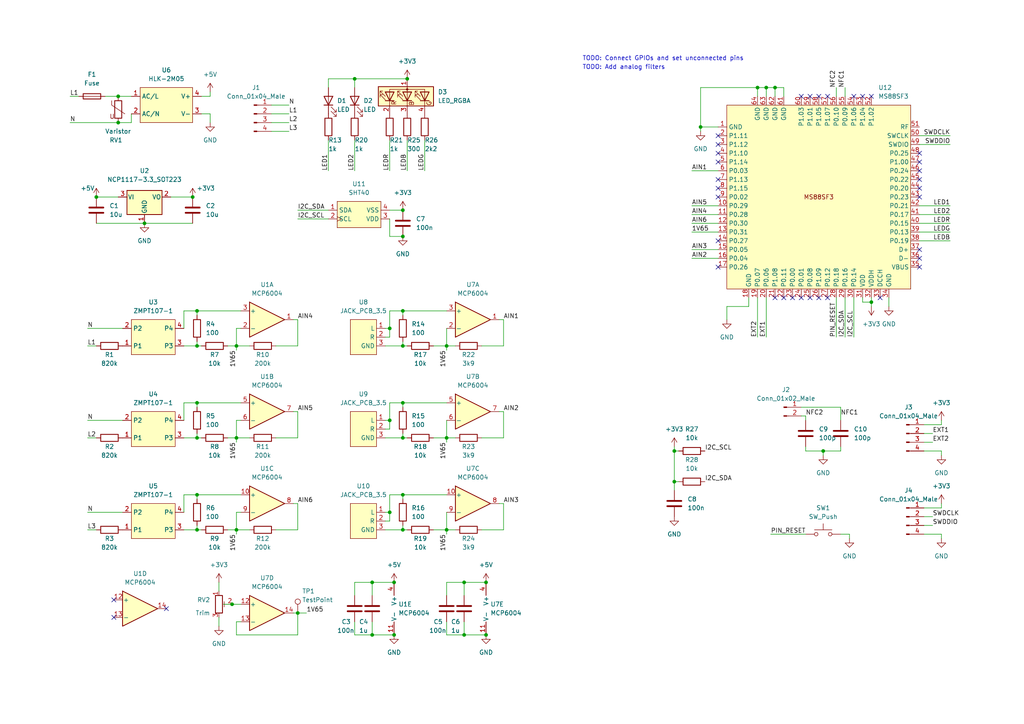
<source format=kicad_sch>
(kicad_sch (version 20211123) (generator eeschema)
  (paper "A4")
  (title_block (title "Power Meter 2.0") (date "2022-09-16") (company "Guillermo González"))
  (lib_symbols
    (symbol "Amplifier_Operational:MCP6004" (pin_names (offset 0.127))
      (property "Reference" "U" (at 0 5.08 0))
      (property "Value" "MCP6004" (at 0 -5.08 0))
      (symbol "MCP6004_1_1"
        (pin output line (at 7.62 0 180) (length 2.54) (name "~") (number "1"))
        (pin input line (at -7.62 -2.54 0) (length 2.54) (name "-") (number "2"))
        (pin input line (at -7.62 2.54 0) (length 2.54) (name "+") (number "3"))
      )
      (symbol "MCP6004_2_1"
        (pin input line (at -7.62 2.54 0) (length 2.54) (name "+") (number "5"))
        (pin input line (at -7.62 -2.54 0) (length 2.54) (name "-") (number "6"))
        (pin output line (at 7.62 0 180) (length 2.54) (name "~") (number "7"))
      )
      (symbol "MCP6004_3_1"
        (pin input line (at -7.62 2.54 0) (length 2.54) (name "+") (number "10"))
        (pin output line (at 7.62 0 180) (length 2.54) (name "~") (number "8"))
        (pin input line (at -7.62 -2.54 0) (length 2.54) (name "-") (number "9"))
      )
      (symbol "MCP6004_4_1"
        (pin input line (at -7.62 2.54 0) (length 2.54) (name "+") (number "12"))
        (pin input line (at -7.62 -2.54 0) (length 2.54) (name "-") (number "13"))
        (pin output line (at 7.62 0 180) (length 2.54) (name "~") (number "14"))
      )
      (symbol "MCP6004_5_1"
        (pin power_in line (at -2.54 -7.62 90) (length 3.81) (name "V-") (number "11"))
        (pin power_in line (at -2.54 7.62 270) (length 3.81) (name "V+") (number "4"))
      )
    )
    (symbol "Connector:Conn_01x02_Male" (pin_names (offset 1.016) hide)
      (property "Reference" "J" (at 0 2.54 0))
      (property "Value" "Conn_01x02_Male" (at 0 -5.08 0))
      (symbol "Conn_01x02_Male_1_1"
        (pin passive line (at 5.08 0 180) (length 3.81) (name "Pin_1") (number "1"))
        (pin passive line (at 5.08 -2.54 180) (length 3.81) (name "Pin_2") (number "2"))
      )
    )
    (symbol "Connector:Conn_01x04_Male" (pin_names (offset 1.016) hide)
      (property "Reference" "J" (at 0 5.08 0))
      (property "Value" "Conn_01x04_Male" (at 0 -7.62 0))
      (symbol "Conn_01x04_Male_1_1"
        (pin passive line (at 5.08 2.54 180) (length 3.81) (name "Pin_1") (number "1"))
        (pin passive line (at 5.08 0 180) (length 3.81) (name "Pin_2") (number "2"))
        (pin passive line (at 5.08 -2.54 180) (length 3.81) (name "Pin_3") (number "3"))
        (pin passive line (at 5.08 -5.08 180) (length 3.81) (name "Pin_4") (number "4"))
      )
    )
    (symbol "Connector:TestPoint" (pin_numbers hide) (pin_names (offset 0.762) hide)
      (property "Reference" "TP" (at 0 6.858 0))
      (property "Value" "TestPoint" (at 0 5.08 0))
      (symbol "TestPoint_1_1"
        (pin passive line (at 0 0 90) (length 2.54) (name "1") (number "1"))
      )
    )
    (symbol "Device:C" (pin_numbers hide) (pin_names (offset 0.254))
      (property "Reference" "C" (at 0.635 2.54 0))
      (property "Value" "C" (at 0.635 -2.54 0))
      (symbol "C_1_1"
        (pin passive line (at 0 3.81 270) (length 2.794) (name "~") (number "1"))
        (pin passive line (at 0 -3.81 90) (length 2.794) (name "~") (number "2"))
      )
    )
    (symbol "Device:Fuse" (pin_numbers hide) (pin_names (offset 0))
      (property "Reference" "F" (at 2.032 0 90))
      (property "Value" "Fuse" (at -1.905 0 90))
      (symbol "Fuse_1_1"
        (pin passive line (at 0 3.81 270) (length 1.27) (name "~") (number "1"))
        (pin passive line (at 0 -3.81 90) (length 1.27) (name "~") (number "2"))
      )
    )
    (symbol "Device:LED" (pin_numbers hide) (pin_names (offset 1.016) hide)
      (property "Reference" "D" (at 0 2.54 0))
      (property "Value" "LED" (at 0 -2.54 0))
      (symbol "LED_1_1"
        (pin passive line (at -3.81 0 0) (length 2.54) (name "K") (number "1"))
        (pin passive line (at 3.81 0 180) (length 2.54) (name "A") (number "2"))
      )
    )
    (symbol "Device:R" (pin_numbers hide) (pin_names (offset 0))
      (property "Reference" "R" (at 2.032 0 90))
      (property "Value" "R" (at 0 0 90))
      (symbol "R_1_1"
        (pin passive line (at 0 3.81 270) (length 1.27) (name "~") (number "1"))
        (pin passive line (at 0 -3.81 90) (length 1.27) (name "~") (number "2"))
      )
    )
    (symbol "Device:R_Potentiometer_Trim" (pin_names (offset 1.016) hide)
      (property "Reference" "RV" (at -4.445 0 90))
      (property "Value" "R_Potentiometer_Trim" (at -2.54 0 90))
      (symbol "R_Potentiometer_Trim_1_1"
        (pin passive line (at 0 3.81 270) (length 1.27) (name "1") (number "1"))
        (pin passive line (at 3.81 0 180) (length 1.27) (name "2") (number "2"))
        (pin passive line (at 0 -3.81 90) (length 1.27) (name "3") (number "3"))
      )
    )
    (symbol "Device:Varistor" (pin_numbers hide) (pin_names (offset 0))
      (property "Reference" "RV" (at 3.175 0 90))
      (property "Value" "Varistor" (at -3.175 0 90))
      (symbol "Varistor_0_0"
        (text "U" (at -1.778 -2.032 0) (effects (font (size 1.27 1.27))))
      )
      (symbol "Varistor_1_1"
        (pin passive line (at 0 3.81 270) (length 1.27) (name "~") (number "1"))
        (pin passive line (at 0 -3.81 90) (length 1.27) (name "~") (number "2"))
      )
    )
    (symbol "Regulator_Linear:NCP1117-3.3_SOT223" (pin_names (offset 0.254))
      (property "Reference" "U" (at -3.81 3.175 0))
      (property "Value" "NCP1117-3.3_SOT223" (at 0 3.175 0))
      (symbol "NCP1117-3.3_SOT223_1_1"
        (pin power_in line (at 0 -7.62 90) (length 2.54) (name "GND") (number "1"))
        (pin power_out line (at 7.62 0 180) (length 2.54) (name "VO") (number "2"))
        (pin power_in line (at -7.62 0 0) (length 2.54) (name "VI") (number "3"))
      )
    )
    (symbol "Switch:SW_Push" (pin_numbers hide) (pin_names (offset 1.016) hide)
      (property "Reference" "SW" (at 1.27 2.54 0))
      (property "Value" "SW_Push" (at 0 -1.524 0))
      (symbol "SW_Push_0_1"
        (pin passive line (at -5.08 0 0) (length 2.54) (name "1") (number "1"))
        (pin passive line (at 5.08 0 180) (length 2.54) (name "2") (number "2"))
      )
    )
    (symbol "guille_library:HLK-2M05"
      (property "Reference" "U" (at 0 8.89 0))
      (property "Value" "HLK-2M05" (at 0 6.35 0))
      (symbol "HLK-2M05_1_1"
        (pin power_in line (at -10.16 2.54 0) (length 2.54) (name "AC/L") (number "1"))
        (pin power_in line (at -10.16 -2.54 0) (length 2.54) (name "AC/N") (number "2"))
        (pin power_out line (at 10.16 -2.54 180) (length 2.54) (name "V-") (number "3"))
        (pin power_out line (at 10.16 2.54 180) (length 2.54) (name "V+") (number "4"))
      )
    )
    (symbol "guille_library:JACK_PCB_3.5"
      (property "Reference" "U" (at 0 6.35 0))
      (property "Value" "JACK_PCB_3.5" (at 0 8.89 0))
      (symbol "JACK_PCB_3.5_1_1"
        (pin input line (at 6.35 2.54 180) (length 2.54) (name "L") (number "1"))
        (pin input line (at 6.35 0 180) (length 2.54) (name "R") (number "2"))
        (pin passive line (at 6.35 -2.54 180) (length 2.54) (name "GND") (number "3"))
      )
    )
    (symbol "guille_library:LED_RGBA" (pin_names (offset 0) hide)
      (property "Reference" "D3" (at 1.27 9.398 0))
      (property "Value" "LED_RGBA" (at 4.572 11.43 0))
      (symbol "LED_RGBA_0_0"
        (text "B" (at -2.032 -1.27 0) (effects (font (size 1.27 1.27))))
        (text "G" (at -2.032 -6.35 0) (effects (font (size 1.27 1.27))))
        (text "R" (at -1.905 3.81 0) (effects (font (size 1.27 1.27))))
      )
      (symbol "LED_RGBA_1_1"
        (pin passive line (at 5.08 0 180) (length 2.54) (name "A") (number "1"))
        (pin passive line (at -5.08 5.08 0) (length 2.54) (name "RK") (number "2"))
        (pin passive line (at -5.08 0 0) (length 2.54) (name "GK") (number "3"))
        (pin passive line (at -5.08 -5.08 0) (length 2.54) (name "BK") (number "4"))
      )
    )
    (symbol "guille_library:MS88SF3"
      (property "Reference" "U" (at -2.54 6.35 0))
      (property "Value" "MS88SF3" (at 1.27 2.54 0))
      (symbol "MS88SF3_0_0"
        (text "MS88SF3" (at 26.67 -26.67 0) (effects (font (size 1.27 1.27))))
      )
      (symbol "MS88SF3_1_1"
        (pin power_in line (at -2.54 -6.35 0) (length 2.54) (name "GND") (number "1"))
        (pin bidirectional line (at -2.54 -29.21 0) (length 2.54) (name "P0.29") (number "10"))
        (pin bidirectional line (at -2.54 -31.75 0) (length 2.54) (name "P0.28") (number "11"))
        (pin bidirectional line (at -2.54 -34.29 0) (length 2.54) (name "P0.30") (number "12"))
        (pin bidirectional line (at -2.54 -36.83 0) (length 2.54) (name "P0.31") (number "13"))
        (pin bidirectional line (at -2.54 -39.37 0) (length 2.54) (name "P0.27") (number "14"))
        (pin bidirectional line (at -2.54 -41.91 0) (length 2.54) (name "P0.05") (number "15"))
        (pin bidirectional line (at -2.54 -44.45 0) (length 2.54) (name "P0.04") (number "16"))
        (pin bidirectional line (at -2.54 -46.99 0) (length 2.54) (name "P0.26") (number "17"))
        (pin power_in line (at 6.35 -55.88 90) (length 2.54) (name "GND") (number "18"))
        (pin bidirectional line (at 8.89 -55.88 90) (length 2.54) (name "P0.07") (number "19"))
        (pin bidirectional line (at -2.54 -8.89 0) (length 2.54) (name "P1.11") (number "2"))
        (pin bidirectional line (at 11.43 -55.88 90) (length 2.54) (name "P0.06") (number "20"))
        (pin bidirectional line (at 13.97 -55.88 90) (length 2.54) (name "P1.08") (number "21"))
        (pin bidirectional line (at 16.51 -55.88 90) (length 2.54) (name "P0.11") (number "22"))
        (pin bidirectional line (at 19.05 -55.88 90) (length 2.54) (name "P0.00") (number "23"))
        (pin bidirectional line (at 21.59 -55.88 90) (length 2.54) (name "P0.01") (number "24"))
        (pin bidirectional line (at 24.13 -55.88 90) (length 2.54) (name "P0.08") (number "25"))
        (pin bidirectional line (at 26.67 -55.88 90) (length 2.54) (name "P1.09") (number "26"))
        (pin bidirectional line (at 29.21 -55.88 90) (length 2.54) (name "P0.12") (number "27"))
        (pin bidirectional line (at 31.75 -55.88 90) (length 2.54) (name "P0.18") (number "28"))
        (pin bidirectional line (at 34.29 -55.88 90) (length 2.54) (name "P0.16") (number "29"))
        (pin bidirectional line (at -2.54 -11.43 0) (length 2.54) (name "P1.12") (number "3"))
        (pin bidirectional line (at 36.83 -55.88 90) (length 2.54) (name "P0.14") (number "30"))
        (pin power_in line (at 39.37 -55.88 90) (length 2.54) (name "VDD") (number "31"))
        (pin power_in line (at 41.91 -55.88 90) (length 2.54) (name "VDDH") (number "32"))
        (pin passive line (at 44.45 -55.88 90) (length 2.54) (name "DCCH") (number "33"))
        (pin power_in line (at 46.99 -55.88 90) (length 2.54) (name "GND") (number "34"))
        (pin power_in line (at 55.88 -46.99 180) (length 2.54) (name "VBUS") (number "35"))
        (pin bidirectional line (at 55.88 -44.45 180) (length 2.54) (name "D-") (number "36"))
        (pin bidirectional line (at 55.88 -41.91 180) (length 2.54) (name "D+") (number "37"))
        (pin bidirectional line (at 55.88 -39.37 180) (length 2.54) (name "P0.19") (number "38"))
        (pin bidirectional line (at 55.88 -36.83 180) (length 2.54) (name "P0.13") (number "39"))
        (pin bidirectional line (at -2.54 -13.97 0) (length 2.54) (name "P1.10") (number "4"))
        (pin bidirectional line (at 55.88 -34.29 180) (length 2.54) (name "P0.15") (number "40"))
        (pin bidirectional line (at 55.88 -31.75 180) (length 2.54) (name "P0.17") (number "41"))
        (pin bidirectional line (at 55.88 -29.21 180) (length 2.54) (name "P0.21") (number "42"))
        (pin bidirectional line (at 55.88 -26.67 180) (length 2.54) (name "P0.23") (number "43"))
        (pin bidirectional line (at 55.88 -24.13 180) (length 2.54) (name "P0.20") (number "44"))
        (pin bidirectional line (at 55.88 -21.59 180) (length 2.54) (name "P0.22") (number "45"))
        (pin bidirectional line (at 55.88 -19.05 180) (length 2.54) (name "P0.24") (number "46"))
        (pin bidirectional line (at 55.88 -16.51 180) (length 2.54) (name "P1.00") (number "47"))
        (pin bidirectional line (at 55.88 -13.97 180) (length 2.54) (name "P0.25") (number "48"))
        (pin bidirectional line (at 55.88 -11.43 180) (length 2.54) (name "SWDIO") (number "49"))
        (pin bidirectional line (at -2.54 -16.51 0) (length 2.54) (name "P1.14") (number "5"))
        (pin bidirectional line (at 55.88 -8.89 180) (length 2.54) (name "SWCLK") (number "50"))
        (pin passive line (at 55.88 -6.35 180) (length 2.54) (name "RF") (number "51"))
        (pin bidirectional line (at 41.91 2.54 270) (length 2.54) (name "P1.02") (number "52"))
        (pin bidirectional line (at 39.37 2.54 270) (length 2.54) (name "P1.04") (number "53"))
        (pin bidirectional line (at 36.83 2.54 270) (length 2.54) (name "P1.06") (number "54"))
        (pin bidirectional line (at 34.29 2.54 270) (length 2.54) (name "P0.09") (number "55"))
        (pin bidirectional line (at 31.75 2.54 270) (length 2.54) (name "P0.10") (number "56"))
        (pin bidirectional line (at 29.21 2.54 270) (length 2.54) (name "P1.07") (number "57"))
        (pin bidirectional line (at 26.67 2.54 270) (length 2.54) (name "P1.05") (number "58"))
        (pin bidirectional line (at 24.13 2.54 270) (length 2.54) (name "P1.01") (number "59"))
        (pin bidirectional line (at -2.54 -19.05 0) (length 2.54) (name "P0.03") (number "6"))
        (pin bidirectional line (at 21.59 2.54 270) (length 2.54) (name "P1.03") (number "60"))
        (pin power_in line (at 16.51 2.54 270) (length 2.54) (name "GND") (number "61"))
        (pin power_in line (at 13.97 2.54 270) (length 2.54) (name "GND") (number "62"))
        (pin power_in line (at 11.43 2.54 270) (length 2.54) (name "GND") (number "63"))
        (pin power_in line (at 8.89 2.54 270) (length 2.54) (name "GND") (number "64"))
        (pin bidirectional line (at -2.54 -21.59 0) (length 2.54) (name "P1.13") (number "7"))
        (pin bidirectional line (at -2.54 -24.13 0) (length 2.54) (name "P1.15") (number "8"))
        (pin bidirectional line (at -2.54 -26.67 0) (length 2.54) (name "P0.02") (number "9"))
      )
    )
    (symbol "guille_library:SHT40"
      (property "Reference" "U" (at 0 7.62 0))
      (property "Value" "SHT40" (at 0 5.08 0))
      (symbol "SHT40_1_1"
        (pin bidirectional line (at -8.89 1.27 0) (length 2.54) (name "SDA") (number "1"))
        (pin input clock (at -8.89 -1.27 0) (length 2.54) (name "SCL") (number "2"))
        (pin power_in line (at 8.89 -1.27 180) (length 2.54) (name "VDD") (number "3"))
        (pin power_in line (at 8.89 1.27 180) (length 2.54) (name "VSS") (number "4"))
      )
    )
    (symbol "guille_library:ZMPT107-1"
      (property "Reference" "U" (at 0 8.89 0))
      (property "Value" "ZMPT107-1" (at 0 6.35 0))
      (symbol "ZMPT107-1_1_1"
        (pin passive line (at -8.89 -2.54 0) (length 2.54) (name "P1") (number "1"))
        (pin passive line (at -8.89 2.54 0) (length 2.54) (name "P2") (number "2"))
        (pin passive line (at 8.89 -2.54 180) (length 2.54) (name "P3") (number "3"))
        (pin passive line (at 8.89 2.54 180) (length 2.54) (name "P4") (number "4"))
      )
    )
    (symbol "power:+3V3" (power) (pin_names (offset 0))
      (property "Value" "+3V3" (at 0 3.556 0))
      (symbol "+3V3_1_1"
        (pin power_in line (at 0 0 90) (length 0) hide (name "+3V3") (number "1"))
      )
    )
    (symbol "power:+5V" (power) (pin_names (offset 0))
      (property "Value" "+5V" (at 0 3.556 0))
      (symbol "+5V_1_1"
        (pin power_in line (at 0 0 90) (length 0) hide (name "+5V") (number "1"))
      )
    )
    (symbol "power:GND" (power) (pin_names (offset 0))
      (property "Value" "GND" (at 0 -3.81 0))
      (symbol "GND_1_1"
        (pin power_in line (at 0 0 270) (length 0) hide (name "GND") (number "1"))
      )
    )
  )
  (junction (at 195.58 139.7))
  (junction (at 116.84 100.33))
  (junction (at 116.84 127))
  (junction (at 55.88 57.15))
  (junction (at 86.36 177.8))
  (junction (at 68.58 153.67))
  (junction (at 57.15 116.84))
  (junction (at 140.97 184.15))
  (junction (at 224.79 25.4))
  (junction (at 140.97 168.91))
  (junction (at 116.84 143.51))
  (junction (at 129.54 127))
  (junction (at 129.54 100.33))
  (junction (at 203.2 36.83))
  (junction (at 57.15 153.67))
  (junction (at 57.15 90.17))
  (junction (at 129.54 153.67))
  (junction (at 116.84 153.67))
  (junction (at 114.3 184.15))
  (junction (at 219.71 25.4))
  (junction (at 113.03 121.92))
  (junction (at 34.29 35.56))
  (junction (at 113.03 148.59))
  (junction (at 114.3 168.91))
  (junction (at 27.94 57.15))
  (junction (at 57.15 143.51))
  (junction (at 116.84 90.17))
  (junction (at 57.15 100.33))
  (junction (at 107.95 184.15))
  (junction (at 113.03 95.25))
  (junction (at 107.95 168.91))
  (junction (at 252.73 87.63))
  (junction (at 116.84 116.84))
  (junction (at 222.25 25.4))
  (junction (at 68.58 100.33))
  (junction (at 67.31 175.26))
  (junction (at 34.29 27.94))
  (junction (at 41.91 64.77))
  (junction (at 134.62 168.91))
  (junction (at 102.87 22.86))
  (junction (at 118.11 22.86))
  (junction (at 238.76 130.81))
  (junction (at 195.58 130.81))
  (junction (at 116.84 68.58))
  (junction (at 116.84 60.96))
  (junction (at 57.15 127))
  (junction (at 68.58 127))
  (junction (at 134.62 184.15))
  (no_connect (at 266.7 54.61))
  (no_connect (at 266.7 57.15))
  (no_connect (at 266.7 44.45))
  (no_connect (at 266.7 46.99))
  (no_connect (at 266.7 49.53))
  (no_connect (at 266.7 52.07))
  (no_connect (at 266.7 72.39))
  (no_connect (at 266.7 74.93))
  (no_connect (at 266.7 77.47))
  (no_connect (at 48.26 176.53))
  (no_connect (at 33.02 173.99))
  (no_connect (at 33.02 179.07))
  (no_connect (at 208.28 77.47))
  (no_connect (at 208.28 69.85))
  (no_connect (at 208.28 57.15))
  (no_connect (at 247.65 27.94))
  (no_connect (at 250.19 27.94))
  (no_connect (at 252.73 27.94))
  (no_connect (at 208.28 54.61))
  (no_connect (at 208.28 52.07))
  (no_connect (at 208.28 46.99))
  (no_connect (at 208.28 44.45))
  (no_connect (at 208.28 41.91))
  (no_connect (at 208.28 39.37))
  (no_connect (at 232.41 27.94))
  (no_connect (at 234.95 27.94))
  (no_connect (at 237.49 27.94))
  (no_connect (at 240.03 27.94))
  (no_connect (at 255.27 86.36))
  (no_connect (at 240.03 86.36))
  (no_connect (at 237.49 86.36))
  (no_connect (at 234.95 86.36))
  (no_connect (at 232.41 86.36))
  (no_connect (at 229.87 86.36))
  (no_connect (at 227.33 86.36))
  (no_connect (at 224.79 86.36))
  (wire (pts (xy 238.76 130.81) (xy 238.76 132.08)))
  (wire (pts (xy 107.95 168.91) (xy 107.95 172.72)))
  (wire (pts (xy 69.85 180.34) (xy 68.58 180.34)))
  (wire (pts (xy 203.2 36.83) (xy 203.2 25.4)))
  (wire (pts (xy 195.58 129.54) (xy 195.58 130.81)))
  (wire (pts (xy 129.54 95.25) (xy 129.54 100.33)))
  (wire (pts (xy 195.58 139.7) (xy 196.85 139.7)))
  (wire (pts (xy 86.36 63.5) (xy 95.25 63.5)))
  (wire (pts (xy 129.54 184.15) (xy 134.62 184.15)))
  (wire (pts (xy 233.68 129.54) (xy 233.68 130.81)))
  (wire (pts (xy 34.29 35.56) (xy 38.1 35.56)))
  (wire (pts (xy 57.15 116.84) (xy 57.15 118.11)))
  (wire (pts (xy 257.81 86.36) (xy 257.81 88.9)))
  (wire (pts (xy 69.85 90.17) (xy 57.15 90.17)))
  (wire (pts (xy 125.73 153.67) (xy 129.54 153.67)))
  (wire (pts (xy 129.54 127) (xy 129.54 128.27)))
  (wire (pts (xy 102.87 168.91) (xy 107.95 168.91)))
  (wire (pts (xy 68.58 95.25) (xy 68.58 100.33)))
  (wire (pts (xy 200.66 62.23) (xy 208.28 62.23)))
  (wire (pts (xy 107.95 168.91) (xy 114.3 168.91)))
  (wire (pts (xy 78.74 30.48) (xy 83.82 30.48)))
  (wire (pts (xy 34.29 27.94) (xy 38.1 27.94)))
  (wire (pts (xy 113.03 95.25) (xy 113.03 90.17)))
  (wire (pts (xy 222.25 25.4) (xy 222.25 27.94)))
  (wire (pts (xy 111.76 124.46) (xy 113.03 124.46)))
  (wire (pts (xy 86.36 119.38) (xy 85.09 119.38)))
  (wire (pts (xy 53.34 153.67) (xy 57.15 153.67)))
  (wire (pts (xy 116.84 153.67) (xy 118.11 153.67)))
  (wire (pts (xy 219.71 86.36) (xy 219.71 97.79)))
  (wire (pts (xy 107.95 184.15) (xy 107.95 180.34)))
  (wire (pts (xy 129.54 153.67) (xy 132.08 153.67)))
  (wire (pts (xy 60.96 33.02) (xy 60.96 35.56)))
  (wire (pts (xy 86.36 177.8) (xy 85.09 177.8)))
  (wire (pts (xy 113.03 121.92) (xy 113.03 116.84)))
  (wire (pts (xy 129.54 180.34) (xy 129.54 184.15)))
  (wire (pts (xy 102.87 22.86) (xy 95.25 22.86)))
  (wire (pts (xy 125.73 127) (xy 129.54 127)))
  (wire (pts (xy 25.4 148.59) (xy 35.56 148.59)))
  (wire (pts (xy 200.66 49.53) (xy 208.28 49.53)))
  (wire (pts (xy 242.57 86.36) (xy 242.57 97.79)))
  (wire (pts (xy 243.84 130.81) (xy 243.84 129.54)))
  (wire (pts (xy 129.54 100.33) (xy 129.54 101.6)))
  (wire (pts (xy 243.84 118.11) (xy 243.84 121.92)))
  (wire (pts (xy 80.01 100.33) (xy 86.36 100.33)))
  (wire (pts (xy 200.66 74.93) (xy 208.28 74.93)))
  (wire (pts (xy 111.76 95.25) (xy 113.03 95.25)))
  (wire (pts (xy 146.05 153.67) (xy 146.05 146.05)))
  (wire (pts (xy 200.66 67.31) (xy 208.28 67.31)))
  (wire (pts (xy 245.11 86.36) (xy 245.11 97.79)))
  (wire (pts (xy 86.36 100.33) (xy 86.36 92.71)))
  (wire (pts (xy 53.34 95.25) (xy 53.34 90.17)))
  (wire (pts (xy 102.87 22.86) (xy 102.87 25.4)))
  (wire (pts (xy 60.96 26.67) (xy 60.96 27.94)))
  (wire (pts (xy 113.03 116.84) (xy 116.84 116.84)))
  (wire (pts (xy 25.4 95.25) (xy 35.56 95.25)))
  (wire (pts (xy 146.05 127) (xy 146.05 119.38)))
  (wire (pts (xy 140.97 184.15) (xy 134.62 184.15)))
  (wire (pts (xy 267.97 130.81) (xy 273.05 130.81)))
  (wire (pts (xy 113.03 90.17) (xy 116.84 90.17)))
  (wire (pts (xy 266.7 62.23) (xy 275.59 62.23)))
  (wire (pts (xy 111.76 127) (xy 116.84 127)))
  (wire (pts (xy 139.7 100.33) (xy 146.05 100.33)))
  (wire (pts (xy 245.11 25.4) (xy 245.11 27.94)))
  (wire (pts (xy 224.79 25.4) (xy 227.33 25.4)))
  (wire (pts (xy 63.5 179.07) (xy 63.5 181.61)))
  (wire (pts (xy 25.4 127) (xy 27.94 127)))
  (wire (pts (xy 113.03 124.46) (xy 113.03 121.92)))
  (wire (pts (xy 233.68 120.65) (xy 233.68 121.92)))
  (wire (pts (xy 86.36 127) (xy 86.36 119.38)))
  (wire (pts (xy 267.97 147.32) (xy 273.05 147.32)))
  (wire (pts (xy 102.87 172.72) (xy 102.87 168.91)))
  (wire (pts (xy 80.01 153.67) (xy 86.36 153.67)))
  (wire (pts (xy 266.7 59.69) (xy 275.59 59.69)))
  (wire (pts (xy 78.74 38.1) (xy 83.82 38.1)))
  (wire (pts (xy 116.84 143.51) (xy 116.84 144.78)))
  (wire (pts (xy 222.25 86.36) (xy 222.25 97.79)))
  (wire (pts (xy 67.31 175.26) (xy 69.85 175.26)))
  (wire (pts (xy 72.39 100.33) (xy 68.58 100.33)))
  (wire (pts (xy 139.7 127) (xy 146.05 127)))
  (wire (pts (xy 95.25 22.86) (xy 95.25 25.4)))
  (wire (pts (xy 111.76 100.33) (xy 116.84 100.33)))
  (wire (pts (xy 57.15 99.06) (xy 57.15 100.33)))
  (wire (pts (xy 49.53 57.15) (xy 55.88 57.15)))
  (wire (pts (xy 123.19 40.64) (xy 123.19 49.53)))
  (wire (pts (xy 195.58 130.81) (xy 196.85 130.81)))
  (wire (pts (xy 66.04 153.67) (xy 68.58 153.67)))
  (wire (pts (xy 69.85 143.51) (xy 57.15 143.51)))
  (wire (pts (xy 203.2 25.4) (xy 219.71 25.4)))
  (wire (pts (xy 219.71 25.4) (xy 222.25 25.4)))
  (wire (pts (xy 41.91 64.77) (xy 55.88 64.77)))
  (wire (pts (xy 80.01 127) (xy 86.36 127)))
  (wire (pts (xy 63.5 168.91) (xy 63.5 171.45)))
  (wire (pts (xy 273.05 130.81) (xy 273.05 132.08)))
  (wire (pts (xy 232.41 118.11) (xy 243.84 118.11)))
  (wire (pts (xy 72.39 127) (xy 68.58 127)))
  (wire (pts (xy 116.84 99.06) (xy 116.84 100.33)))
  (wire (pts (xy 27.94 64.77) (xy 41.91 64.77)))
  (wire (pts (xy 57.15 90.17) (xy 57.15 91.44)))
  (wire (pts (xy 116.84 116.84) (xy 116.84 118.11)))
  (wire (pts (xy 30.48 27.94) (xy 34.29 27.94)))
  (wire (pts (xy 129.54 172.72) (xy 129.54 168.91)))
  (wire (pts (xy 111.76 151.13) (xy 113.03 151.13)))
  (wire (pts (xy 222.25 25.4) (xy 224.79 25.4)))
  (wire (pts (xy 102.87 40.64) (xy 102.87 49.53)))
  (wire (pts (xy 86.36 184.15) (xy 86.36 177.8)))
  (wire (pts (xy 116.84 125.73) (xy 116.84 127)))
  (wire (pts (xy 53.34 100.33) (xy 57.15 100.33)))
  (wire (pts (xy 233.68 130.81) (xy 238.76 130.81)))
  (wire (pts (xy 116.84 143.51) (xy 129.54 143.51)))
  (wire (pts (xy 217.17 88.9) (xy 210.82 88.9)))
  (wire (pts (xy 68.58 153.67) (xy 68.58 154.94)))
  (wire (pts (xy 118.11 40.64) (xy 118.11 49.53)))
  (wire (pts (xy 86.36 177.8) (xy 88.9 177.8)))
  (wire (pts (xy 267.97 128.27) (xy 270.51 128.27)))
  (wire (pts (xy 210.82 88.9) (xy 210.82 92.71)))
  (wire (pts (xy 116.84 116.84) (xy 129.54 116.84)))
  (wire (pts (xy 217.17 86.36) (xy 217.17 88.9)))
  (wire (pts (xy 267.97 123.19) (xy 273.05 123.19)))
  (wire (pts (xy 113.03 68.58) (xy 116.84 68.58)))
  (wire (pts (xy 53.34 143.51) (xy 57.15 143.51)))
  (wire (pts (xy 57.15 100.33) (xy 58.42 100.33)))
  (wire (pts (xy 113.03 148.59) (xy 113.03 143.51)))
  (wire (pts (xy 57.15 125.73) (xy 57.15 127)))
  (wire (pts (xy 95.25 40.64) (xy 95.25 49.53)))
  (wire (pts (xy 252.73 87.63) (xy 252.73 88.9)))
  (wire (pts (xy 250.19 86.36) (xy 250.19 87.63)))
  (wire (pts (xy 134.62 168.91) (xy 140.97 168.91)))
  (wire (pts (xy 57.15 152.4) (xy 57.15 153.67)))
  (wire (pts (xy 102.87 180.34) (xy 102.87 184.15)))
  (wire (pts (xy 203.2 38.1) (xy 203.2 36.83)))
  (wire (pts (xy 266.7 41.91) (xy 275.59 41.91)))
  (wire (pts (xy 266.7 69.85) (xy 275.59 69.85)))
  (wire (pts (xy 242.57 25.4) (xy 242.57 27.94)))
  (wire (pts (xy 232.41 120.65) (xy 233.68 120.65)))
  (wire (pts (xy 266.7 67.31) (xy 275.59 67.31)))
  (wire (pts (xy 68.58 121.92) (xy 68.58 127)))
  (wire (pts (xy 129.54 153.67) (xy 129.54 154.94)))
  (wire (pts (xy 102.87 184.15) (xy 107.95 184.15)))
  (wire (pts (xy 111.76 153.67) (xy 116.84 153.67)))
  (wire (pts (xy 113.03 97.79) (xy 113.03 95.25)))
  (wire (pts (xy 68.58 148.59) (xy 68.58 153.67)))
  (wire (pts (xy 66.04 127) (xy 68.58 127)))
  (wire (pts (xy 116.84 100.33) (xy 118.11 100.33)))
  (wire (pts (xy 134.62 184.15) (xy 134.62 180.34)))
  (wire (pts (xy 129.54 100.33) (xy 132.08 100.33)))
  (wire (pts (xy 25.4 100.33) (xy 27.94 100.33)))
  (wire (pts (xy 86.36 92.71) (xy 85.09 92.71)))
  (wire (pts (xy 72.39 153.67) (xy 68.58 153.67)))
  (wire (pts (xy 113.03 143.51) (xy 116.84 143.51)))
  (wire (pts (xy 224.79 25.4) (xy 224.79 27.94)))
  (wire (pts (xy 113.03 151.13) (xy 113.03 148.59)))
  (wire (pts (xy 267.97 125.73) (xy 270.51 125.73)))
  (wire (pts (xy 66.04 100.33) (xy 68.58 100.33)))
  (wire (pts (xy 195.58 130.81) (xy 195.58 139.7)))
  (wire (pts (xy 53.34 116.84) (xy 57.15 116.84)))
  (wire (pts (xy 69.85 121.92) (xy 68.58 121.92)))
  (wire (pts (xy 20.32 27.94) (xy 22.86 27.94)))
  (wire (pts (xy 246.38 154.94) (xy 246.38 156.21)))
  (wire (pts (xy 58.42 33.02) (xy 60.96 33.02)))
  (wire (pts (xy 86.36 60.96) (xy 95.25 60.96)))
  (wire (pts (xy 238.76 130.81) (xy 243.84 130.81)))
  (wire (pts (xy 53.34 148.59) (xy 53.34 143.51)))
  (wire (pts (xy 111.76 121.92) (xy 113.03 121.92)))
  (wire (pts (xy 57.15 127) (xy 58.42 127)))
  (wire (pts (xy 195.58 139.7) (xy 195.58 142.24)))
  (wire (pts (xy 68.58 100.33) (xy 68.58 101.6)))
  (wire (pts (xy 86.36 146.05) (xy 85.09 146.05)))
  (wire (pts (xy 146.05 100.33) (xy 146.05 92.71)))
  (wire (pts (xy 116.84 90.17) (xy 116.84 91.44)))
  (wire (pts (xy 267.97 149.86) (xy 270.51 149.86)))
  (wire (pts (xy 250.19 87.63) (xy 252.73 87.63)))
  (wire (pts (xy 243.84 154.94) (xy 246.38 154.94)))
  (wire (pts (xy 219.71 25.4) (xy 219.71 27.94)))
  (wire (pts (xy 134.62 168.91) (xy 134.62 172.72)))
  (wire (pts (xy 20.32 35.56) (xy 34.29 35.56)))
  (wire (pts (xy 139.7 153.67) (xy 146.05 153.67)))
  (wire (pts (xy 64.77 175.26) (xy 67.31 175.26)))
  (wire (pts (xy 273.05 147.32) (xy 273.05 146.05)))
  (wire (pts (xy 78.74 33.02) (xy 83.82 33.02)))
  (wire (pts (xy 69.85 116.84) (xy 57.15 116.84)))
  (wire (pts (xy 267.97 154.94) (xy 273.05 154.94)))
  (wire (pts (xy 146.05 146.05) (xy 144.78 146.05)))
  (wire (pts (xy 111.76 97.79) (xy 113.03 97.79)))
  (wire (pts (xy 68.58 184.15) (xy 86.36 184.15)))
  (wire (pts (xy 266.7 39.37) (xy 275.59 39.37)))
  (wire (pts (xy 53.34 90.17) (xy 57.15 90.17)))
  (wire (pts (xy 266.7 64.77) (xy 275.59 64.77)))
  (wire (pts (xy 129.54 168.91) (xy 134.62 168.91)))
  (wire (pts (xy 116.84 152.4) (xy 116.84 153.67)))
  (wire (pts (xy 38.1 33.02) (xy 38.1 35.56)))
  (wire (pts (xy 111.76 148.59) (xy 113.03 148.59)))
  (wire (pts (xy 200.66 64.77) (xy 208.28 64.77)))
  (wire (pts (xy 267.97 152.4) (xy 270.51 152.4)))
  (wire (pts (xy 27.94 57.15) (xy 34.29 57.15)))
  (wire (pts (xy 113.03 40.64) (xy 113.03 49.53)))
  (wire (pts (xy 129.54 127) (xy 132.08 127)))
  (wire (pts (xy 113.03 60.96) (xy 116.84 60.96)))
  (wire (pts (xy 129.54 121.92) (xy 129.54 127)))
  (wire (pts (xy 129.54 148.59) (xy 129.54 153.67)))
  (wire (pts (xy 69.85 148.59) (xy 68.58 148.59)))
  (wire (pts (xy 116.84 90.17) (xy 129.54 90.17)))
  (wire (pts (xy 116.84 127) (xy 118.11 127)))
  (wire (pts (xy 69.85 95.25) (xy 68.58 95.25)))
  (wire (pts (xy 200.66 72.39) (xy 208.28 72.39)))
  (wire (pts (xy 68.58 127) (xy 68.58 128.27)))
  (wire (pts (xy 203.2 36.83) (xy 208.28 36.83)))
  (wire (pts (xy 223.52 154.94) (xy 233.68 154.94)))
  (wire (pts (xy 273.05 154.94) (xy 273.05 156.21)))
  (wire (pts (xy 57.15 153.67) (xy 58.42 153.67)))
  (wire (pts (xy 113.03 63.5) (xy 113.03 68.58)))
  (wire (pts (xy 68.58 180.34) (xy 68.58 184.15)))
  (wire (pts (xy 53.34 121.92) (xy 53.34 116.84)))
  (wire (pts (xy 78.74 35.56) (xy 83.82 35.56)))
  (wire (pts (xy 25.4 153.67) (xy 27.94 153.67)))
  (wire (pts (xy 247.65 86.36) (xy 247.65 97.79)))
  (wire (pts (xy 86.36 153.67) (xy 86.36 146.05)))
  (wire (pts (xy 58.42 27.94) (xy 60.96 27.94)))
  (wire (pts (xy 146.05 119.38) (xy 144.78 119.38)))
  (wire (pts (xy 118.11 22.86) (xy 102.87 22.86)))
  (wire (pts (xy 114.3 184.15) (xy 107.95 184.15)))
  (wire (pts (xy 53.34 127) (xy 57.15 127)))
  (wire (pts (xy 146.05 92.71) (xy 144.78 92.71)))
  (wire (pts (xy 227.33 25.4) (xy 227.33 27.94)))
  (wire (pts (xy 125.73 100.33) (xy 129.54 100.33)))
  (wire (pts (xy 252.73 86.36) (xy 252.73 87.63)))
  (wire (pts (xy 57.15 143.51) (xy 57.15 144.78)))
  (wire (pts (xy 25.4 121.92) (xy 35.56 121.92)))
  (wire (pts (xy 200.66 59.69) (xy 208.28 59.69)))
  (wire (pts (xy 273.05 123.19) (xy 273.05 121.92)))
  (text "TODO: Connect GPIOs and set unconnected pins" (at 168.91 17.78 0) (effects (font (size 1.27 1.27)) (justify left bottom)))
  (text "TODO: Add analog filters" (at 168.91 20.32 0) (effects (font (size 1.27 1.27)) (justify left bottom)))
  (label "AIN1" (at 200.66 49.53 0))
  (label "I2C_SDA" (at 86.36 60.96 0))
  (label "LED1" (at 275.59 59.69 180))
  (label "L1" (at 83.82 33.02 0))
  (label "SWDDIO" (at 275.59 41.91 180))
  (label "SWDCLK" (at 270.51 149.86 0))
  (label "EXT2" (at 219.71 97.79 90))
  (label "1V65" (at 88.9 177.8 0))
  (label "AIN5" (at 86.36 119.38 0))
  (label "L1" (at 25.4 100.33 0))
  (label "1V65" (at 129.54 128.27 270))
  (label "LED2" (at 102.87 49.53 90))
  (label "N" (at 25.4 121.92 0))
  (label "EXT1" (at 270.51 125.73 0))
  (label "NFC1" (at 243.84 120.65 0))
  (label "SWDDIO" (at 270.51 152.4 0))
  (label "LEDG" (at 123.19 49.53 90))
  (label "AIN4" (at 86.36 92.71 0))
  (label "NFC2" (at 242.57 25.4 90))
  (label "L2" (at 25.4 127 0))
  (label "AIN2" (at 146.05 119.38 0))
  (label "AIN2" (at 200.66 74.93 0))
  (label "LEDB" (at 275.59 69.85 180))
  (label "I2C_SCL" (at 86.36 63.5 0))
  (label "N" (at 25.4 148.59 0))
  (label "EXT2" (at 270.51 128.27 0))
  (label "LEDB" (at 118.11 49.53 90))
  (label "L3" (at 25.4 153.67 0))
  (label "L3" (at 83.82 38.1 0))
  (label "1V65" (at 68.58 101.6 270))
  (label "AIN4" (at 200.66 62.23 0))
  (label "SWDCLK" (at 275.59 39.37 180))
  (label "EXT1" (at 222.25 97.79 90))
  (label "N" (at 20.32 35.56 0))
  (label "LEDR" (at 275.59 64.77 180))
  (label "AIN3" (at 200.66 72.39 0))
  (label "LEDG" (at 275.59 67.31 180))
  (label "LED1" (at 95.25 49.53 90))
  (label "PIN_RESET" (at 242.57 97.79 90))
  (label "AIN6" (at 86.36 146.05 0))
  (label "1V65" (at 68.58 154.94 270))
  (label "I2C_SDA" (at 245.11 97.79 90))
  (label "1V65" (at 200.66 67.31 0))
  (label "AIN6" (at 200.66 64.77 0))
  (label "I2C_SCL" (at 247.65 97.79 90))
  (label "L1" (at 20.32 27.94 0))
  (label "I2C_SCL" (at 204.47 130.81 0))
  (label "1V65" (at 129.54 154.94 270))
  (label "NFC2" (at 233.68 120.65 0))
  (label "I2C_SDA" (at 204.47 139.7 0))
  (label "NFC1" (at 245.11 25.4 90))
  (label "N" (at 25.4 95.25 0))
  (label "L2" (at 83.82 35.56 0))
  (label "AIN5" (at 200.66 59.69 0))
  (label "AIN1" (at 146.05 92.71 0))
  (label "PIN_RESET" (at 233.68 154.94 180))
  (label "LEDR" (at 113.03 49.53 90))
  (label "1V65" (at 68.58 128.27 270))
  (label "N" (at 83.82 30.48 0))
  (label "AIN3" (at 146.05 146.05 0))
  (label "LED2" (at 275.59 62.23 180))
  (label "1V65" (at 129.54 101.6 270))
  (symbol (lib_id "Device:R_Potentiometer_Trim") (at 63.5 175.26 0) (unit 1)
    (property "Reference" "RV2" (at 60.96 173.9899 0) (effects (justify right)))
    (property "Value" "Trim" (at 60.96 177.8 0) (effects (justify right)))
    (property "Footprint" "Potentiometer_THT:Potentiometer_Bourns_3296W_Vertical" (effects hide))
  )
  (symbol (lib_id "Device:R") (at 135.89 127 90) (unit 1)
    (property "Reference" "R23" (at 135.89 129.54 90))
    (property "Value" "3k9" (at 135.89 132.08 90))
    (property "Footprint" "Resistor_SMD:R_0402_1005Metric" (effects hide))
  )
  (symbol (lib_id "Device:R") (at 121.92 153.67 90) (unit 1)
    (property "Reference" "R19" (at 121.92 156.21 90))
    (property "Value" "10k" (at 121.92 158.75 90))
    (property "Footprint" "Resistor_SMD:R_0402_1005Metric" (effects hide))
  )
  (symbol (lib_id "Device:C") (at 116.84 64.77 0) (unit 1)
    (property "Reference" "C7" (at 120.65 63.4999 0) (effects (justify left)))
    (property "Value" "100n" (at 120.65 66.0399 0) (effects (justify left)))
    (property "Footprint" "Capacitor_SMD:C_0402_1005Metric" (effects hide))
  )
  (symbol (lib_id "Connector:TestPoint") (at 86.36 177.8 0) (unit 1)
    (property "Reference" "TP1" (at 87.63 171.45 0) (effects (justify left)))
    (property "Value" "TestPoint" (at 87.63 173.99 0) (effects (justify left)))
    (property "Footprint" "TestPoint:TestPoint_Pad_D1.5mm" (effects hide))
  )
  (symbol (lib_id "power:GND") (at 60.96 35.56 0) (unit 1)
    (property "Reference" "#PWR05" (effects hide))
    (property "Value" "GND" (at 60.96 40.64 0))
  )
  (symbol (lib_id "power:GND") (at 114.3 184.15 0) (unit 1)
    (property "Reference" "#PWR09" (effects hide))
    (property "Value" "GND" (at 114.3 189.23 0))
  )
  (symbol (lib_id "power:GND") (at 195.58 149.86 0) (unit 1)
    (property "Reference" "#PWR016" (effects hide))
    (property "Value" "GND" (at 195.58 154.94 0))
  )
  (symbol (lib_id "power:GND") (at 238.76 132.08 0) (unit 1)
    (property "Reference" "#PWR019" (effects hide))
    (property "Value" "GND" (at 238.76 137.16 0))
  )
  (symbol (lib_id "power:GND") (at 116.84 68.58 0) (unit 1)
    (property "Reference" "#PWR014" (effects hide))
    (property "Value" "GND" (at 116.84 73.66 0))
  )
  (symbol (lib_id "power:+5V") (at 140.97 168.91 0) (unit 1)
    (property "Reference" "#PWR011" (effects hide))
    (property "Value" "+5V" (at 140.97 163.83 0))
  )
  (symbol (lib_id "Regulator_Linear:NCP1117-3.3_SOT223") (at 41.91 57.15 0) (unit 1)
    (property "Reference" "U2" (at 41.91 49.53 0))
    (property "Value" "NCP1117-3.3_SOT223" (at 41.91 52.07 0))
    (property "Footprint" "Package_TO_SOT_SMD:SOT-223-3_TabPin2" (effects hide))
    (property "Datasheet" "http://www.onsemi.com/pub_link/Collateral/NCP1117-D.PDF" (effects hide))
  )
  (symbol (lib_id "power:+3V3") (at 55.88 57.15 0) (unit 1)
    (property "Reference" "#PWR03" (effects hide))
    (property "Value" "+3V3" (at 59.69 54.61 0))
  )
  (symbol (lib_id "Device:Fuse") (at 26.67 27.94 90) (unit 1)
    (property "Reference" "F1" (at 26.67 21.59 90))
    (property "Value" "Fuse" (at 26.67 24.13 90))
    (property "Footprint" "guille_3rdparty:Fuse_2512_6332Metric" (effects hide))
  )
  (symbol (lib_id "power:GND") (at 273.05 156.21 0) (unit 1)
    (property "Reference" "#PWR026" (effects hide))
    (property "Value" "GND" (at 273.05 161.29 0))
  )
  (symbol (lib_id "power:+5V") (at 114.3 168.91 0) (unit 1)
    (property "Reference" "#PWR08" (effects hide))
    (property "Value" "+5V" (at 114.3 163.83 0))
  )
  (symbol (lib_id "guille_library:JACK_PCB_3.5") (at 105.41 151.13 0) (unit 1)
    (property "Reference" "U10" (at 105.41 140.97 0))
    (property "Value" "JACK_PCB_3.5" (at 105.41 143.51 0))
    (property "Footprint" "guille_library:JACK_PCB_3.5" (effects hide))
  )
  (symbol (lib_id "Device:R") (at 57.15 148.59 0) (unit 1)
    (property "Reference" "R6" (at 59.69 147.3199 0) (effects (justify left)))
    (property "Value" "100" (at 59.69 149.8599 0) (effects (justify left)))
    (property "Footprint" "Resistor_SMD:R_0402_1005Metric" (effects hide))
  )
  (symbol (lib_id "Device:R") (at 118.11 36.83 0) (unit 1)
    (property "Reference" "R25" (at 118.11 40.64 0) (effects (justify left)))
    (property "Value" "300" (at 118.11 43.18 0) (effects (justify left)))
    (property "Footprint" "Resistor_SMD:R_0402_1005Metric" (effects hide))
  )
  (symbol (lib_id "Device:C") (at 102.87 176.53 0) (unit 1)
    (property "Reference" "C3" (at 99.06 180.34 0) (effects (justify left)))
    (property "Value" "100n" (at 97.79 182.88 0) (effects (justify left)))
    (property "Footprint" "Capacitor_SMD:C_0402_1005Metric" (effects hide))
  )
  (symbol (lib_id "Device:R") (at 102.87 36.83 0) (unit 1)
    (property "Reference" "R20" (at 102.87 40.64 0) (effects (justify left)))
    (property "Value" "1k" (at 102.87 43.18 0) (effects (justify left)))
    (property "Footprint" "Resistor_SMD:R_0402_1005Metric" (effects hide))
  )
  (symbol (lib_id "guille_library:JACK_PCB_3.5") (at 105.41 124.46 0) (unit 1)
    (property "Reference" "U9" (at 105.41 114.3 0))
    (property "Value" "JACK_PCB_3.5" (at 105.41 116.84 0))
    (property "Footprint" "guille_library:JACK_PCB_3.5" (effects hide))
  )
  (symbol (lib_id "power:GND") (at 257.81 88.9 0) (unit 1)
    (property "Reference" "#PWR022" (effects hide))
    (property "Value" "GND" (at 257.81 93.98 0))
  )
  (symbol (lib_id "guille_library:HLK-2M05") (at 48.26 30.48 0) (unit 1)
    (property "Reference" "U6" (at 48.26 20.32 0))
    (property "Value" "HLK-2M05" (at 48.26 22.86 0))
    (property "Footprint" "guille_library:HLK-2M05" (effects hide))
  )
  (symbol (lib_id "Device:C") (at 243.84 125.73 0) (unit 1)
    (property "Reference" "C10" (at 247.65 124.4599 0) (effects (justify left)))
    (property "Value" "100p" (at 247.65 126.9999 0) (effects (justify left)))
    (property "Footprint" "Capacitor_SMD:C_0402_1005Metric" (effects hide))
  )
  (symbol (lib_id "guille_library:ZMPT107-1") (at 44.45 124.46 0) (unit 1)
    (property "Reference" "U4" (at 44.45 114.3 0))
    (property "Value" "ZMPT107-1" (at 44.45 116.84 0))
    (property "Footprint" "guille_library:ZMPT107-1" (effects hide))
  )
  (symbol (lib_id "power:GND") (at 210.82 92.71 0) (unit 1)
    (property "Reference" "#PWR018" (effects hide))
    (property "Value" "GND" (at 210.82 97.79 0))
  )
  (symbol (lib_id "Device:C") (at 55.88 60.96 0) (unit 1)
    (property "Reference" "C2" (at 59.69 59.6899 0) (effects (justify left)))
    (property "Value" "10u" (at 59.69 62.2299 0) (effects (justify left)))
    (property "Footprint" "Capacitor_SMD:C_1206_3216Metric" (effects hide))
  )
  (symbol (lib_id "guille_library:SHT40") (at 104.14 62.23 0) (unit 1)
    (property "Reference" "U11" (at 104.14 53.34 0))
    (property "Value" "SHT40" (at 104.14 55.88 0))
    (property "Footprint" "guille_3rdparty:SHT40" (effects hide))
  )
  (symbol (lib_id "power:+5V") (at 60.96 26.67 0) (unit 1)
    (property "Reference" "#PWR04" (effects hide))
    (property "Value" "+5V" (at 60.96 21.59 0))
  )
  (symbol (lib_id "Device:R") (at 200.66 139.7 90) (unit 1)
    (property "Reference" "R28" (at 200.66 133.35 90))
    (property "Value" "10k" (at 200.66 135.89 90))
    (property "Footprint" "Resistor_SMD:R_0402_1005Metric" (effects hide))
  )
  (symbol (lib_id "Device:C") (at 107.95 176.53 0) (unit 1)
    (property "Reference" "C4" (at 104.14 180.34 0) (effects (justify left)))
    (property "Value" "1u" (at 104.14 182.88 0) (effects (justify left)))
    (property "Footprint" "Capacitor_SMD:C_0402_1005Metric" (effects hide))
  )
  (symbol (lib_id "Connector:Conn_01x04_Male") (at 73.66 33.02 0) (unit 1)
    (property "Reference" "J1" (at 74.295 25.4 0))
    (property "Value" "Conn_01x04_Male" (at 74.295 27.94 0))
    (property "Footprint" "guille_3rdparty:TerminalBlock_Altech_AK300-4_P5.00mm" (effects hide))
  )
  (symbol (lib_id "Connector:Conn_01x02_Male") (at 227.33 118.11 0) (unit 1)
    (property "Reference" "J2" (at 227.965 113.03 0))
    (property "Value" "Conn_01x02_Male" (at 227.965 115.57 0))
    (property "Footprint" "Connector_PinHeader_2.54mm:PinHeader_1x02_P2.54mm_Vertical" (effects hide))
  )
  (symbol (lib_id "guille_library:ZMPT107-1") (at 44.45 151.13 0) (unit 1)
    (property "Reference" "U5" (at 44.45 140.97 0))
    (property "Value" "ZMPT107-1" (at 44.45 143.51 0))
    (property "Footprint" "guille_library:ZMPT107-1" (effects hide))
  )
  (symbol (lib_id "Device:R") (at 135.89 153.67 90) (unit 1)
    (property "Reference" "R24" (at 135.89 156.21 90))
    (property "Value" "3k9" (at 135.89 158.75 90))
    (property "Footprint" "Resistor_SMD:R_0402_1005Metric" (effects hide))
  )
  (symbol (lib_id "power:+3V3") (at 118.11 22.86 0) (unit 1)
    (property "Reference" "#PWR010" (effects hide))
    (property "Value" "+3V3" (at 118.11 17.78 0))
  )
  (symbol (lib_id "Device:R") (at 57.15 121.92 0) (unit 1)
    (property "Reference" "R5" (at 59.69 120.6499 0) (effects (justify left)))
    (property "Value" "100" (at 59.69 123.1899 0) (effects (justify left)))
    (property "Footprint" "Resistor_SMD:R_0402_1005Metric" (effects hide))
  )
  (symbol (lib_id "power:GND") (at 41.91 64.77 0) (unit 1)
    (property "Reference" "#PWR02" (effects hide))
    (property "Value" "GND" (at 41.91 69.85 0))
  )
  (symbol (lib_id "Device:R") (at 57.15 95.25 0) (unit 1)
    (property "Reference" "R4" (at 59.69 93.9799 0) (effects (justify left)))
    (property "Value" "100" (at 59.69 96.5199 0) (effects (justify left)))
    (property "Footprint" "Resistor_SMD:R_0402_1005Metric" (effects hide))
  )
  (symbol (lib_id "Device:R") (at 135.89 100.33 90) (unit 1)
    (property "Reference" "R22" (at 135.89 102.87 90))
    (property "Value" "3k9" (at 135.89 105.41 90))
    (property "Footprint" "Resistor_SMD:R_0402_1005Metric" (effects hide))
  )
  (symbol (lib_id "Device:LED") (at 95.25 29.21 90) (unit 1)
    (property "Reference" "D1" (at 97.79 29.21 90) (effects (justify right)))
    (property "Value" "LED" (at 97.79 31.75 90) (effects (justify right)))
    (property "Footprint" "LED_SMD:LED_0402_1005Metric" (effects hide))
  )
  (symbol (lib_id "Device:R") (at 62.23 127 90) (unit 1)
    (property "Reference" "R8" (at 62.23 129.54 90))
    (property "Value" "10k" (at 62.23 132.08 90))
    (property "Footprint" "Resistor_SMD:R_0402_1005Metric" (effects hide))
  )
  (symbol (lib_id "Device:R") (at 121.92 127 90) (unit 1)
    (property "Reference" "R18" (at 121.92 129.54 90))
    (property "Value" "10k" (at 121.92 132.08 90))
    (property "Footprint" "Resistor_SMD:R_0402_1005Metric" (effects hide))
  )
  (symbol (lib_id "Device:R") (at 121.92 100.33 90) (unit 1)
    (property "Reference" "R17" (at 121.92 102.87 90))
    (property "Value" "10k" (at 121.92 105.41 90))
    (property "Footprint" "Resistor_SMD:R_0402_1005Metric" (effects hide))
  )
  (symbol (lib_id "power:+3V3") (at 273.05 146.05 0) (unit 1)
    (property "Reference" "#PWR025" (effects hide))
    (property "Value" "+3V3" (at 273.05 140.97 0))
  )
  (symbol (lib_id "Connector:Conn_01x04_Male") (at 262.89 149.86 0) (unit 1)
    (property "Reference" "J4" (at 263.525 142.24 0))
    (property "Value" "Conn_01x04_Male" (at 263.525 144.78 0))
    (property "Footprint" "Connector_PinSocket_2.54mm:PinSocket_1x04_P2.54mm_Vertical" (effects hide))
  )
  (symbol (lib_id "Device:C") (at 27.94 60.96 0) (mirror y) (unit 1)
    (property "Reference" "C1" (at 31.75 59.6899 0) (effects (justify right)))
    (property "Value" "10u" (at 31.75 62.2299 0) (effects (justify right)))
    (property "Footprint" "Capacitor_SMD:C_1206_3216Metric" (effects hide))
  )
  (symbol (lib_id "power:GND") (at 246.38 156.21 0) (unit 1)
    (property "Reference" "#PWR020" (effects hide))
    (property "Value" "GND" (at 246.38 161.29 0))
  )
  (symbol (lib_id "Amplifier_Operational:MCP6004") (at 137.16 92.71 0) (unit 1)
    (property "Reference" "U7" (at 137.16 82.55 0))
    (property "Value" "MCP6004" (at 137.16 85.09 0))
    (property "Footprint" "Package_SO:TSSOP-14_4.4x5mm_P0.65mm" (effects hide))
    (property "Datasheet" "http://ww1.microchip.com/downloads/en/DeviceDoc/21733j.pdf" (effects hide))
  )
  (symbol (lib_id "power:+5V") (at 27.94 57.15 0) (unit 1)
    (property "Reference" "#PWR01" (effects hide))
    (property "Value" "+5V" (at 25.4 54.61 0))
  )
  (symbol (lib_id "guille_library:MS88SF3") (at 210.82 30.48 0) (unit 1)
    (property "Reference" "U12" (at 254.7494 25.4 0) (effects (justify left)))
    (property "Value" "MS88SF3" (at 254.7494 27.94 0) (effects (justify left)))
    (property "Footprint" "guille_library:MS88SF3" (effects hide))
  )
  (symbol (lib_id "Amplifier_Operational:MCP6004") (at 77.47 92.71 0) (unit 1)
    (property "Reference" "U1" (at 77.47 82.55 0))
    (property "Value" "MCP6004" (at 77.47 85.09 0))
    (property "Footprint" "Package_SO:TSSOP-14_4.4x5mm_P0.65mm" (effects hide))
    (property "Datasheet" "http://ww1.microchip.com/downloads/en/DeviceDoc/21733j.pdf" (effects hide))
  )
  (symbol (lib_id "Device:R") (at 76.2 153.67 90) (unit 1)
    (property "Reference" "R12" (at 76.2 156.21 90))
    (property "Value" "200k" (at 76.2 158.75 90))
    (property "Footprint" "Resistor_SMD:R_0402_1005Metric" (effects hide))
  )
  (symbol (lib_id "Device:R") (at 116.84 95.25 0) (unit 1)
    (property "Reference" "R14" (at 119.38 93.9799 0) (effects (justify left)))
    (property "Value" "100" (at 119.38 96.5199 0) (effects (justify left)))
    (property "Footprint" "Resistor_SMD:R_0402_1005Metric" (effects hide))
  )
  (symbol (lib_id "Device:R") (at 200.66 130.81 90) (unit 1)
    (property "Reference" "R27" (at 200.66 124.46 90))
    (property "Value" "10k" (at 200.66 127 90))
    (property "Footprint" "Resistor_SMD:R_0402_1005Metric" (effects hide))
  )
  (symbol (lib_id "Device:R") (at 95.25 36.83 0) (unit 1)
    (property "Reference" "R13" (at 95.25 40.64 0) (effects (justify left)))
    (property "Value" "1k" (at 95.25 43.18 0) (effects (justify left)))
    (property "Footprint" "Resistor_SMD:R_0402_1005Metric" (effects hide))
  )
  (symbol (lib_id "power:+3V3") (at 195.58 129.54 0) (unit 1)
    (property "Reference" "#PWR015" (effects hide))
    (property "Value" "+3V3" (at 195.58 124.46 0))
  )
  (symbol (lib_id "Connector:Conn_01x04_Male") (at 262.89 125.73 0) (unit 1)
    (property "Reference" "J3" (at 263.525 118.11 0))
    (property "Value" "Conn_01x04_Male" (at 263.525 120.65 0))
    (property "Footprint" "Connector_PinSocket_2.54mm:PinSocket_1x04_P2.54mm_Vertical" (effects hide))
  )
  (symbol (lib_id "Device:C") (at 195.58 146.05 0) (unit 1)
    (property "Reference" "C8" (at 199.39 144.7799 0) (effects (justify left)))
    (property "Value" "100n" (at 199.39 147.3199 0) (effects (justify left)))
    (property "Footprint" "Capacitor_SMD:C_0402_1005Metric" (effects hide))
  )
  (symbol (lib_id "guille_library:ZMPT107-1") (at 44.45 97.79 0) (unit 1)
    (property "Reference" "U3" (at 44.45 87.63 0))
    (property "Value" "ZMPT107-1" (at 44.45 90.17 0))
    (property "Footprint" "guille_library:ZMPT107-1" (effects hide))
  )
  (symbol (lib_id "power:+3V3") (at 116.84 60.96 0) (unit 1)
    (property "Reference" "#PWR013" (effects hide))
    (property "Value" "+3V3" (at 116.84 55.88 0))
  )
  (symbol (lib_id "Device:C") (at 134.62 176.53 0) (unit 1)
    (property "Reference" "C6" (at 130.81 180.34 0) (effects (justify left)))
    (property "Value" "1u" (at 130.81 182.88 0) (effects (justify left)))
    (property "Footprint" "Capacitor_SMD:C_0402_1005Metric" (effects hide))
  )
  (symbol (lib_id "Amplifier_Operational:MCP6004") (at 77.47 177.8 0) (unit 4)
    (property "Reference" "U7" (at 77.47 167.64 0))
    (property "Value" "MCP6004" (at 77.47 170.18 0))
    (property "Footprint" "Package_SO:TSSOP-14_4.4x5mm_P0.65mm" (effects hide))
    (property "Datasheet" "http://ww1.microchip.com/downloads/en/DeviceDoc/21733j.pdf" (effects hide))
  )
  (symbol (lib_id "Device:C") (at 233.68 125.73 0) (unit 1)
    (property "Reference" "C9" (at 237.49 124.4599 0) (effects (justify left)))
    (property "Value" "100p" (at 237.49 126.9999 0) (effects (justify left)))
    (property "Footprint" "Capacitor_SMD:C_0402_1005Metric" (effects hide))
  )
  (symbol (lib_id "Amplifier_Operational:MCP6004") (at 143.51 176.53 0) (unit 5)
    (property "Reference" "U7" (at 142.24 175.2599 0) (effects (justify left)))
    (property "Value" "MCP6004" (at 142.24 177.7999 0) (effects (justify left)))
    (property "Footprint" "Package_SO:TSSOP-14_4.4x5mm_P0.65mm" (effects hide))
    (property "Datasheet" "http://ww1.microchip.com/downloads/en/DeviceDoc/21733j.pdf" (effects hide))
  )
  (symbol (lib_id "Device:R") (at 31.75 127 90) (unit 1)
    (property "Reference" "R2" (at 31.75 129.54 90))
    (property "Value" "820k" (at 31.75 132.08 90))
    (property "Footprint" "Resistor_THT:R_Axial_DIN0207_L6.3mm_D2.5mm_P7.62mm_Horizontal" (effects hide))
  )
  (symbol (lib_id "Device:R") (at 113.03 36.83 0) (unit 1)
    (property "Reference" "R21" (at 113.03 40.64 0) (effects (justify left)))
    (property "Value" "1k" (at 113.03 43.18 0) (effects (justify left)))
    (property "Footprint" "Resistor_SMD:R_0402_1005Metric" (effects hide))
  )
  (symbol (lib_id "power:GND") (at 203.2 38.1 0) (unit 1)
    (property "Reference" "#PWR017" (effects hide))
    (property "Value" "GND" (at 203.2 43.18 0))
  )
  (symbol (lib_id "power:GND") (at 140.97 184.15 0) (unit 1)
    (property "Reference" "#PWR012" (effects hide))
    (property "Value" "GND" (at 140.97 189.23 0))
  )
  (symbol (lib_id "Device:R") (at 62.23 153.67 90) (unit 1)
    (property "Reference" "R9" (at 62.23 156.21 90))
    (property "Value" "10k" (at 62.23 158.75 90))
    (property "Footprint" "Resistor_SMD:R_0402_1005Metric" (effects hide))
  )
  (symbol (lib_id "Device:R") (at 116.84 121.92 0) (unit 1)
    (property "Reference" "R15" (at 119.38 120.6499 0) (effects (justify left)))
    (property "Value" "100" (at 119.38 123.1899 0) (effects (justify left)))
    (property "Footprint" "Resistor_SMD:R_0402_1005Metric" (effects hide))
  )
  (symbol (lib_id "Device:R") (at 116.84 148.59 0) (unit 1)
    (property "Reference" "R16" (at 119.38 147.3199 0) (effects (justify left)))
    (property "Value" "100" (at 119.38 149.8599 0) (effects (justify left)))
    (property "Footprint" "Resistor_SMD:R_0402_1005Metric" (effects hide))
  )
  (symbol (lib_id "Amplifier_Operational:MCP6004") (at 137.16 119.38 0) (unit 2)
    (property "Reference" "U7" (at 137.16 109.22 0))
    (property "Value" "MCP6004" (at 137.16 111.76 0))
    (property "Footprint" "Package_SO:TSSOP-14_4.4x5mm_P0.65mm" (effects hide))
    (property "Datasheet" "http://ww1.microchip.com/downloads/en/DeviceDoc/21733j.pdf" (effects hide))
  )
  (symbol (lib_id "power:+3V3") (at 273.05 121.92 0) (unit 1)
    (property "Reference" "#PWR023" (effects hide))
    (property "Value" "+3V3" (at 273.05 116.84 0))
  )
  (symbol (lib_id "Device:Varistor") (at 34.29 31.75 0) (unit 1)
    (property "Reference" "RV1" (at 31.75 40.64 0) (effects (justify left)))
    (property "Value" "Varistor" (at 30.48 38.1 0) (effects (justify left)))
    (property "Footprint" "Varistor:RV_Disc_D12mm_W3.9mm_P7.5mm" (effects hide))
  )
  (symbol (lib_id "guille_library:JACK_PCB_3.5") (at 105.41 97.79 0) (unit 1)
    (property "Reference" "U8" (at 105.41 87.63 0))
    (property "Value" "JACK_PCB_3.5" (at 105.41 90.17 0))
    (property "Footprint" "guille_library:JACK_PCB_3.5" (effects hide))
  )
  (symbol (lib_id "Amplifier_Operational:MCP6004") (at 77.47 146.05 0) (unit 3)
    (property "Reference" "U1" (at 77.47 135.89 0))
    (property "Value" "MCP6004" (at 77.47 138.43 0))
    (property "Footprint" "Package_SO:TSSOP-14_4.4x5mm_P0.65mm" (effects hide))
    (property "Datasheet" "http://ww1.microchip.com/downloads/en/DeviceDoc/21733j.pdf" (effects hide))
  )
  (symbol (lib_id "Amplifier_Operational:MCP6004") (at 77.47 119.38 0) (unit 2)
    (property "Reference" "U1" (at 77.47 109.22 0))
    (property "Value" "MCP6004" (at 77.47 111.76 0))
    (property "Footprint" "Package_SO:TSSOP-14_4.4x5mm_P0.65mm" (effects hide))
    (property "Datasheet" "http://ww1.microchip.com/downloads/en/DeviceDoc/21733j.pdf" (effects hide))
  )
  (symbol (lib_id "Device:R") (at 76.2 127 90) (unit 1)
    (property "Reference" "R11" (at 76.2 129.54 90))
    (property "Value" "200k" (at 76.2 132.08 90))
    (property "Footprint" "Resistor_SMD:R_0402_1005Metric" (effects hide))
  )
  (symbol (lib_id "guille_library:LED_RGBA") (at 118.11 27.94 90) (unit 1)
    (property "Reference" "D3" (at 127 26.6699 90) (effects (justify right)))
    (property "Value" "LED_RGBA" (at 127 29.2099 90) (effects (justify right)))
    (property "Footprint" "guille_3rdparty:APHF1608LSEEQBDZGKC" (effects hide))
  )
  (symbol (lib_id "Amplifier_Operational:MCP6004") (at 40.64 176.53 0) (unit 4)
    (property "Reference" "U1" (at 40.64 166.37 0))
    (property "Value" "MCP6004" (at 40.64 168.91 0))
    (property "Footprint" "Package_SO:TSSOP-14_4.4x5mm_P0.65mm" (effects hide))
    (property "Datasheet" "http://ww1.microchip.com/downloads/en/DeviceDoc/21733j.pdf" (effects hide))
  )
  (symbol (lib_id "Amplifier_Operational:MCP6004") (at 137.16 146.05 0) (unit 3)
    (property "Reference" "U7" (at 137.16 135.89 0))
    (property "Value" "MCP6004" (at 137.16 138.43 0))
    (property "Footprint" "Package_SO:TSSOP-14_4.4x5mm_P0.65mm" (effects hide))
    (property "Datasheet" "http://ww1.microchip.com/downloads/en/DeviceDoc/21733j.pdf" (effects hide))
  )
  (symbol (lib_id "power:+3V3") (at 252.73 88.9 180) (unit 1)
    (property "Reference" "#PWR021" (effects hide))
    (property "Value" "+3V3" (at 252.73 93.98 0))
  )
  (symbol (lib_id "Device:C") (at 129.54 176.53 0) (unit 1)
    (property "Reference" "C5" (at 125.73 180.34 0) (effects (justify left)))
    (property "Value" "100n" (at 124.46 182.88 0) (effects (justify left)))
    (property "Footprint" "Capacitor_SMD:C_0402_1005Metric" (effects hide))
  )
  (symbol (lib_id "Device:R") (at 62.23 100.33 90) (unit 1)
    (property "Reference" "R7" (at 62.23 102.87 90))
    (property "Value" "10k" (at 62.23 105.41 90))
    (property "Footprint" "Resistor_SMD:R_0402_1005Metric" (effects hide))
  )
  (symbol (lib_id "Device:R") (at 123.19 36.83 0) (unit 1)
    (property "Reference" "R26" (at 123.19 40.64 0) (effects (justify left)))
    (property "Value" "2k2" (at 123.19 43.18 0) (effects (justify left)))
    (property "Footprint" "Resistor_SMD:R_0402_1005Metric" (effects hide))
  )
  (symbol (lib_id "Device:LED") (at 102.87 29.21 90) (unit 1)
    (property "Reference" "D2" (at 105.41 29.21 90) (effects (justify right)))
    (property "Value" "LED" (at 105.41 31.75 90) (effects (justify right)))
    (property "Footprint" "LED_SMD:LED_0402_1005Metric" (effects hide))
  )
  (symbol (lib_id "Device:R") (at 76.2 100.33 90) (unit 1)
    (property "Reference" "R10" (at 76.2 102.87 90))
    (property "Value" "200k" (at 76.2 105.41 90))
    (property "Footprint" "Resistor_SMD:R_0402_1005Metric" (effects hide))
  )
  (symbol (lib_id "Device:R") (at 31.75 100.33 90) (unit 1)
    (property "Reference" "R1" (at 31.75 102.87 90))
    (property "Value" "820k" (at 31.75 105.41 90))
    (property "Footprint" "Resistor_THT:R_Axial_DIN0207_L6.3mm_D2.5mm_P7.62mm_Horizontal" (effects hide))
  )
  (symbol (lib_id "power:+3V3") (at 63.5 168.91 0) (unit 1)
    (property "Reference" "#PWR06" (effects hide))
    (property "Value" "+3V3" (at 63.5 163.83 0))
  )
  (symbol (lib_id "Amplifier_Operational:MCP6004") (at 116.84 176.53 0) (unit 5)
    (property "Reference" "U1" (at 115.57 175.2599 0) (effects (justify left)))
    (property "Value" "MCP6004" (at 115.57 177.7999 0) (effects (justify left)))
    (property "Footprint" "Package_SO:TSSOP-14_4.4x5mm_P0.65mm" (effects hide))
    (property "Datasheet" "http://ww1.microchip.com/downloads/en/DeviceDoc/21733j.pdf" (effects hide))
  )
  (symbol (lib_id "power:GND") (at 273.05 132.08 0) (unit 1)
    (property "Reference" "#PWR024" (effects hide))
    (property "Value" "GND" (at 273.05 137.16 0))
  )
  (symbol (lib_id "power:GND") (at 63.5 181.61 0) (unit 1)
    (property "Reference" "#PWR07" (effects hide))
    (property "Value" "GND" (at 63.5 186.69 0))
  )
  (symbol (lib_id "Switch:SW_Push") (at 238.76 154.94 0) (unit 1)
    (property "Reference" "SW1" (at 238.76 147.32 0))
    (property "Value" "SW_Push" (at 238.76 149.86 0))
    (property "Footprint" "Button_Switch_SMD:SW_Push_1P1T_NO_6x6mm_H9.5mm" (effects hide))
  )
  (symbol (lib_id "Device:R") (at 31.75 153.67 90) (unit 1)
    (property "Reference" "R3" (at 31.75 156.21 90))
    (property "Value" "820k" (at 31.75 158.75 90))
    (property "Footprint" "Resistor_THT:R_Axial_DIN0207_L6.3mm_D2.5mm_P7.62mm_Horizontal" (effects hide))
  )
)
</source>
